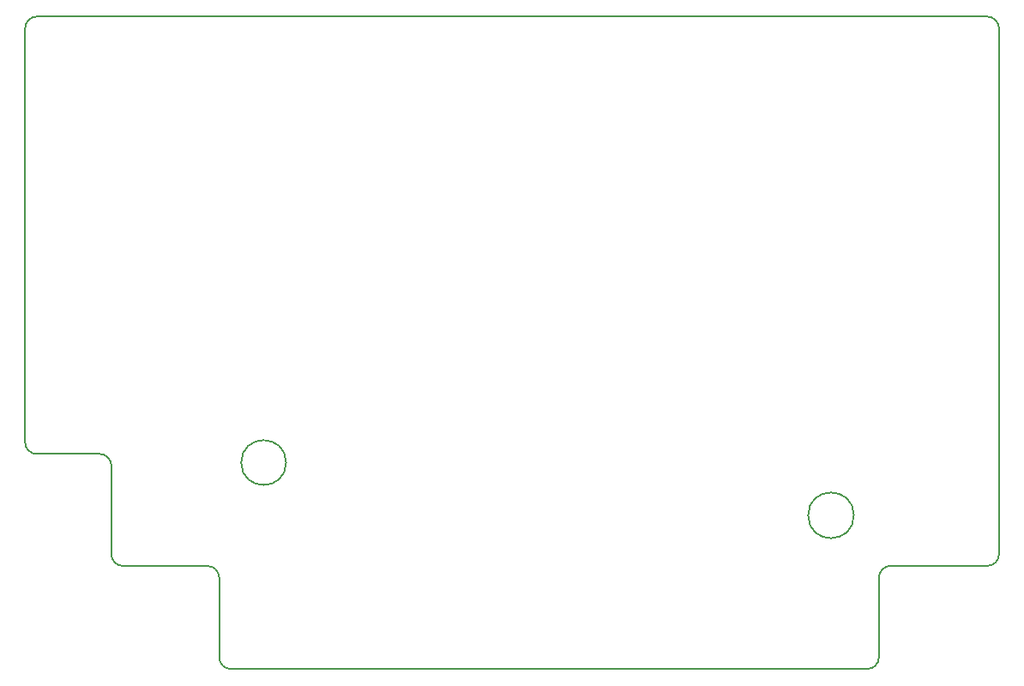
<source format=gbr>
G04 #@! TF.FileFunction,Profile,NP*
%FSLAX46Y46*%
G04 Gerber Fmt 4.6, Leading zero omitted, Abs format (unit mm)*
G04 Created by KiCad (PCBNEW 4.0.7) date 03/20/18 20:42:00*
%MOMM*%
%LPD*%
G01*
G04 APERTURE LIST*
%ADD10C,0.100000*%
%ADD11C,0.150000*%
G04 APERTURE END LIST*
D10*
D11*
X131549518Y-93687900D02*
G75*
G03X131549518Y-93687900I-2212718J0D01*
G01*
X106934000Y-92837000D02*
X113157000Y-92837000D01*
X114300000Y-102743000D02*
X114300000Y-93980000D01*
X114300000Y-93980000D02*
G75*
G03X113157000Y-92837000I-1143000J0D01*
G01*
X105791000Y-91694000D02*
G75*
G03X106934000Y-92837000I1143000J0D01*
G01*
X124942600Y-112915700D02*
X124942600Y-105041700D01*
X115443000Y-103886000D02*
X123799600Y-103898700D01*
X114300000Y-102743000D02*
G75*
G03X115443000Y-103886000I1143000J0D01*
G01*
X124942600Y-105041700D02*
G75*
G03X123799600Y-103898700I-1143000J0D01*
G01*
X191223900Y-103886000D02*
X200787000Y-103886000D01*
X201930000Y-102743000D02*
G75*
G02X200787000Y-103886000I-1143000J0D01*
G01*
X190080900Y-112915700D02*
X190080900Y-105029000D01*
X190080900Y-105029000D02*
G75*
G02X191223900Y-103886000I1143000J0D01*
G01*
X187601866Y-98894900D02*
G75*
G03X187601866Y-98894900I-2258066J0D01*
G01*
X201930000Y-50800000D02*
G75*
G03X200787000Y-49657000I-1143000J0D01*
G01*
X106934000Y-49657000D02*
G75*
G03X105791000Y-50800000I0J-1143000D01*
G01*
X190080900Y-112915700D02*
G75*
G02X188937900Y-114058700I-1143000J0D01*
G01*
X124942600Y-112915700D02*
G75*
G03X126085600Y-114058700I1143000J0D01*
G01*
X201930000Y-102743000D02*
X201930000Y-50800000D01*
X126085600Y-114058700D02*
X188937900Y-114058700D01*
X105791000Y-50800000D02*
X105791000Y-91694000D01*
X200787000Y-49657000D02*
X106934000Y-49657000D01*
M02*

</source>
